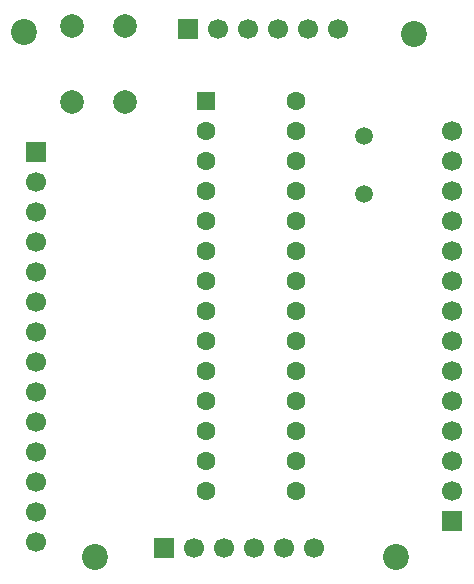
<source format=gbr>
%TF.GenerationSoftware,KiCad,Pcbnew,9.0.2*%
%TF.CreationDate,2025-07-07T19:43:33+05:30*%
%TF.ProjectId,Atmega328p_based,41746d65-6761-4333-9238-705f62617365,rev?*%
%TF.SameCoordinates,Original*%
%TF.FileFunction,Soldermask,Bot*%
%TF.FilePolarity,Negative*%
%FSLAX46Y46*%
G04 Gerber Fmt 4.6, Leading zero omitted, Abs format (unit mm)*
G04 Created by KiCad (PCBNEW 9.0.2) date 2025-07-07 19:43:33*
%MOMM*%
%LPD*%
G01*
G04 APERTURE LIST*
G04 Aperture macros list*
%AMRoundRect*
0 Rectangle with rounded corners*
0 $1 Rounding radius*
0 $2 $3 $4 $5 $6 $7 $8 $9 X,Y pos of 4 corners*
0 Add a 4 corners polygon primitive as box body*
4,1,4,$2,$3,$4,$5,$6,$7,$8,$9,$2,$3,0*
0 Add four circle primitives for the rounded corners*
1,1,$1+$1,$2,$3*
1,1,$1+$1,$4,$5*
1,1,$1+$1,$6,$7*
1,1,$1+$1,$8,$9*
0 Add four rect primitives between the rounded corners*
20,1,$1+$1,$2,$3,$4,$5,0*
20,1,$1+$1,$4,$5,$6,$7,0*
20,1,$1+$1,$6,$7,$8,$9,0*
20,1,$1+$1,$8,$9,$2,$3,0*%
G04 Aperture macros list end*
%ADD10R,1.700000X1.700000*%
%ADD11C,1.700000*%
%ADD12RoundRect,0.250000X-0.550000X-0.550000X0.550000X-0.550000X0.550000X0.550000X-0.550000X0.550000X0*%
%ADD13C,1.600000*%
%ADD14C,2.200000*%
%ADD15C,1.500000*%
%ADD16C,2.000000*%
G04 APERTURE END LIST*
D10*
%TO.C,J3*%
X166750000Y-106200000D03*
D11*
X166750000Y-103660000D03*
X166750000Y-101120000D03*
X166750000Y-98580000D03*
X166750000Y-96040000D03*
X166750000Y-93500000D03*
X166750000Y-90960000D03*
X166750000Y-88420000D03*
X166750000Y-85880000D03*
X166750000Y-83340000D03*
X166750000Y-80800000D03*
X166750000Y-78260000D03*
X166750000Y-75720000D03*
X166750000Y-73180000D03*
%TD*%
D12*
%TO.C,U1*%
X145880000Y-70600000D03*
D13*
X145880000Y-73140000D03*
X145880000Y-75680000D03*
X145880000Y-78220000D03*
X145880000Y-80760000D03*
X145880000Y-83300000D03*
X145880000Y-85840000D03*
X145880000Y-88380000D03*
X145880000Y-90920000D03*
X145880000Y-93460000D03*
X145880000Y-96000000D03*
X145880000Y-98540000D03*
X145880000Y-101080000D03*
X145880000Y-103620000D03*
X153500000Y-103620000D03*
X153500000Y-101080000D03*
X153500000Y-98540000D03*
X153500000Y-96000000D03*
X153500000Y-93460000D03*
X153500000Y-90920000D03*
X153500000Y-88380000D03*
X153500000Y-85840000D03*
X153500000Y-83300000D03*
X153500000Y-80760000D03*
X153500000Y-78220000D03*
X153500000Y-75680000D03*
X153500000Y-73140000D03*
X153500000Y-70600000D03*
%TD*%
D14*
%TO.C,H4*%
X162000000Y-109250000D03*
%TD*%
D15*
%TO.C,Y1*%
X159250000Y-78500000D03*
X159250000Y-73620000D03*
%TD*%
D14*
%TO.C,H1*%
X163500000Y-65000000D03*
%TD*%
D10*
%TO.C,J1*%
X142340000Y-108500000D03*
D11*
X144880000Y-108500000D03*
X147420000Y-108500000D03*
X149960000Y-108500000D03*
X152500000Y-108500000D03*
X155040000Y-108500000D03*
%TD*%
D14*
%TO.C,H3*%
X136500000Y-109250000D03*
%TD*%
%TO.C,H2*%
X130500000Y-64750000D03*
%TD*%
D10*
%TO.C,J2*%
X131500000Y-74920000D03*
D11*
X131500000Y-77460000D03*
X131500000Y-80000000D03*
X131500000Y-82540000D03*
X131500000Y-85080000D03*
X131500000Y-87620000D03*
X131500000Y-90160000D03*
X131500000Y-92700000D03*
X131500000Y-95240000D03*
X131500000Y-97780000D03*
X131500000Y-100320000D03*
X131500000Y-102860000D03*
X131500000Y-105400000D03*
X131500000Y-107940000D03*
%TD*%
D16*
%TO.C,SW1*%
X134500000Y-70750000D03*
X134500000Y-64250000D03*
X139000000Y-70750000D03*
X139000000Y-64250000D03*
%TD*%
D10*
%TO.C,J5*%
X144340000Y-64500000D03*
D11*
X146880000Y-64500000D03*
X149420000Y-64500000D03*
X151960000Y-64500000D03*
X154500000Y-64500000D03*
X157040000Y-64500000D03*
%TD*%
M02*

</source>
